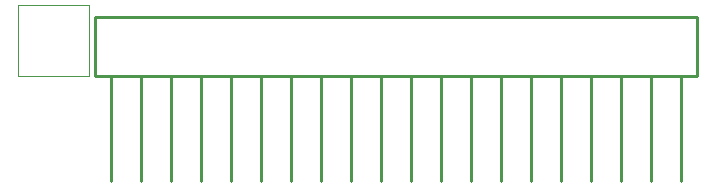
<source format=gbr>
%TF.GenerationSoftware,KiCad,Pcbnew,5.1.9*%
%TF.CreationDate,2021-02-16T04:37:06+02:00*%
%TF.ProjectId,PiCase40,50694361-7365-4343-902e-6b696361645f,rev?*%
%TF.SameCoordinates,Original*%
%TF.FileFunction,Legend,Bot*%
%TF.FilePolarity,Positive*%
%FSLAX46Y46*%
G04 Gerber Fmt 4.6, Leading zero omitted, Abs format (unit mm)*
G04 Created by KiCad (PCBNEW 5.1.9) date 2021-02-16 04:37:06*
%MOMM*%
%LPD*%
G01*
G04 APERTURE LIST*
%ADD10C,0.240000*%
%ADD11C,0.120000*%
G04 APERTURE END LIST*
D10*
%TO.C,J1*%
X123522800Y-99565329D02*
X123522800Y-104565329D01*
X123522800Y-104565329D02*
X174522800Y-104565329D01*
X174522800Y-104565329D02*
X174522800Y-99565329D01*
X174522800Y-99565329D02*
X123522800Y-99565329D01*
X147752800Y-104605329D02*
X147752800Y-113495329D01*
X145212800Y-104605329D02*
X145212800Y-113495329D01*
X142672800Y-104605329D02*
X142672800Y-113495329D01*
X140132800Y-104605329D02*
X140132800Y-113495329D01*
X137592800Y-104605329D02*
X137592800Y-113495329D01*
X135052800Y-104605329D02*
X135052800Y-113495329D01*
X132512800Y-104605329D02*
X132512800Y-113495329D01*
X129972800Y-104605329D02*
X129972800Y-113495329D01*
X127432800Y-104605329D02*
X127432800Y-113495329D01*
X124892800Y-104605329D02*
X124892800Y-113495329D01*
X150292800Y-104605329D02*
X150292800Y-113495329D01*
X152832800Y-104605329D02*
X152832800Y-113495329D01*
X155372800Y-104605329D02*
X155372800Y-113495329D01*
X157912800Y-104605329D02*
X157912800Y-113495329D01*
X160452800Y-104605329D02*
X160452800Y-113495329D01*
X162992800Y-104605329D02*
X162992800Y-113495329D01*
X165532800Y-104605329D02*
X165532800Y-113495329D01*
X168072800Y-104605329D02*
X168072800Y-113495329D01*
X170612800Y-104605329D02*
X170612800Y-113495329D01*
X173152800Y-104605329D02*
X173152800Y-113495329D01*
D11*
%TO.C,SW1*%
X117022800Y-104565329D02*
X117022800Y-98565329D01*
X117022800Y-104565329D02*
X123022800Y-104565329D01*
X123022800Y-98565329D02*
X117022800Y-98565329D01*
X123022800Y-104565329D02*
X123022800Y-98565329D01*
%TD*%
M02*

</source>
